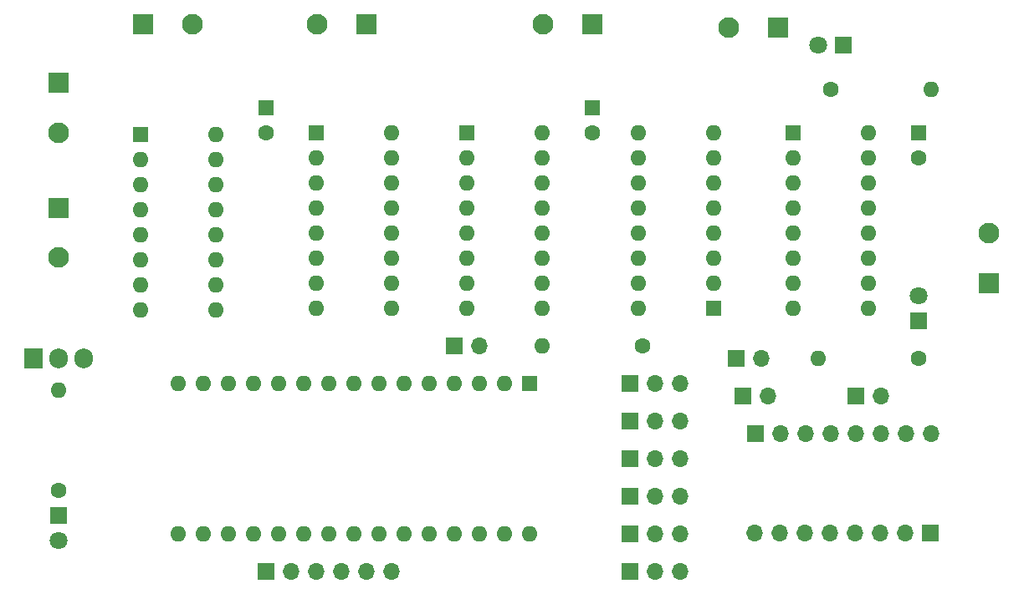
<source format=gbr>
%TF.GenerationSoftware,KiCad,Pcbnew,7.0.2-0*%
%TF.CreationDate,2023-05-15T00:05:49+08:00*%
%TF.ProjectId,____,5ffb7408-2e6b-4696-9361-645f70636258,rev?*%
%TF.SameCoordinates,Original*%
%TF.FileFunction,Soldermask,Bot*%
%TF.FilePolarity,Negative*%
%FSLAX46Y46*%
G04 Gerber Fmt 4.6, Leading zero omitted, Abs format (unit mm)*
G04 Created by KiCad (PCBNEW 7.0.2-0) date 2023-05-15 00:05:49*
%MOMM*%
%LPD*%
G01*
G04 APERTURE LIST*
%ADD10R,1.700000X1.700000*%
%ADD11O,1.700000X1.700000*%
%ADD12R,1.600000X1.600000*%
%ADD13O,1.600000X1.600000*%
%ADD14R,2.100000X2.100000*%
%ADD15C,2.100000*%
%ADD16C,1.600000*%
%ADD17R,1.800000X1.800000*%
%ADD18C,1.800000*%
%ADD19R,1.905000X2.000000*%
%ADD20O,1.905000X2.000000*%
G04 APERTURE END LIST*
D10*
%TO.C,J14*%
X63500000Y-92710000D03*
D11*
X66040000Y-92710000D03*
X68580000Y-92710000D03*
X71120000Y-92710000D03*
X73660000Y-92710000D03*
X76200000Y-92710000D03*
%TD*%
D10*
%TO.C,J7*%
X123190000Y-74930000D03*
D11*
X125730000Y-74930000D03*
%TD*%
D12*
%TO.C,U7*%
X116840000Y-48260000D03*
D13*
X116840000Y-50800000D03*
X116840000Y-53340000D03*
X116840000Y-55880000D03*
X116840000Y-58420000D03*
X116840000Y-60960000D03*
X116840000Y-63500000D03*
X116840000Y-66040000D03*
X124460000Y-66040000D03*
X124460000Y-63500000D03*
X124460000Y-60960000D03*
X124460000Y-58420000D03*
X124460000Y-55880000D03*
X124460000Y-53340000D03*
X124460000Y-50800000D03*
X124460000Y-48260000D03*
%TD*%
D14*
%TO.C,J16*%
X96520000Y-37236400D03*
D15*
X91520000Y-37236400D03*
%TD*%
D10*
%TO.C,J4*%
X111760000Y-74930000D03*
D11*
X114300000Y-74930000D03*
%TD*%
D16*
%TO.C,R2*%
X42545000Y-84455000D03*
D13*
X42545000Y-74295000D03*
%TD*%
%TO.C,U3*%
X76200000Y-48260000D03*
X76200000Y-50800000D03*
X76200000Y-53340000D03*
X76200000Y-55880000D03*
X76200000Y-58420000D03*
X76200000Y-60960000D03*
X76200000Y-63500000D03*
X76200000Y-66040000D03*
X68580000Y-66040000D03*
X68580000Y-63500000D03*
X68580000Y-60960000D03*
X68580000Y-58420000D03*
X68580000Y-55880000D03*
X68580000Y-53340000D03*
X68580000Y-50800000D03*
D12*
X68580000Y-48260000D03*
%TD*%
D10*
%TO.C,J6*%
X82550000Y-69850000D03*
D11*
X85090000Y-69850000D03*
%TD*%
D14*
%TO.C,J15*%
X73685400Y-37236400D03*
D15*
X68685400Y-37236400D03*
%TD*%
D12*
%TO.C,C1*%
X63500000Y-45760000D03*
D16*
X63500000Y-48260000D03*
%TD*%
D14*
%TO.C,J18*%
X51077100Y-37283200D03*
D15*
X56077100Y-37283200D03*
%TD*%
D17*
%TO.C,D3*%
X129540000Y-67310000D03*
D18*
X129540000Y-64770000D03*
%TD*%
D12*
%TO.C,U4*%
X108800000Y-66040000D03*
D13*
X108800000Y-63500000D03*
X108800000Y-60960000D03*
X108800000Y-58420000D03*
X108800000Y-55880000D03*
X108800000Y-53340000D03*
X108800000Y-50800000D03*
X108800000Y-48260000D03*
X101180000Y-48260000D03*
X101180000Y-50800000D03*
X101180000Y-53340000D03*
X101180000Y-55880000D03*
X101180000Y-58420000D03*
X101180000Y-60960000D03*
X101180000Y-63500000D03*
X101180000Y-66040000D03*
%TD*%
D12*
%TO.C,C2*%
X129540000Y-48260000D03*
D16*
X129540000Y-50760000D03*
%TD*%
D10*
%TO.C,J3*%
X113030000Y-78740000D03*
D11*
X115570000Y-78740000D03*
X118110000Y-78740000D03*
X120650000Y-78740000D03*
X123190000Y-78740000D03*
X125730000Y-78740000D03*
X128270000Y-78740000D03*
X130810000Y-78740000D03*
%TD*%
D10*
%TO.C,J11*%
X100330000Y-85090000D03*
D11*
X102870000Y-85090000D03*
X105410000Y-85090000D03*
%TD*%
D16*
%TO.C,R4*%
X129540000Y-71120000D03*
D13*
X119380000Y-71120000D03*
%TD*%
D19*
%TO.C,U2*%
X40005000Y-71120000D03*
D20*
X42545000Y-71120000D03*
X45085000Y-71120000D03*
%TD*%
D10*
%TO.C,J2*%
X130708400Y-88849200D03*
D11*
X128168400Y-88849200D03*
X125628400Y-88849200D03*
X123088400Y-88849200D03*
X120548400Y-88849200D03*
X118008400Y-88849200D03*
X115468400Y-88849200D03*
X112928400Y-88849200D03*
%TD*%
D17*
%TO.C,D1*%
X42545000Y-86995000D03*
D18*
X42545000Y-89535000D03*
%TD*%
D10*
%TO.C,J12*%
X100330000Y-88900000D03*
D11*
X102870000Y-88900000D03*
X105410000Y-88900000D03*
%TD*%
D12*
%TO.C,A1*%
X90170000Y-73670000D03*
D13*
X87630000Y-73670000D03*
X85090000Y-73670000D03*
X82550000Y-73670000D03*
X80010000Y-73670000D03*
X77470000Y-73670000D03*
X74930000Y-73670000D03*
X72390000Y-73670000D03*
X69850000Y-73670000D03*
X67310000Y-73670000D03*
X64770000Y-73670000D03*
X62230000Y-73670000D03*
X59690000Y-73670000D03*
X57150000Y-73670000D03*
X54610000Y-73670000D03*
X54610000Y-88910000D03*
X57150000Y-88910000D03*
X59690000Y-88910000D03*
X62230000Y-88910000D03*
X64770000Y-88910000D03*
X67310000Y-88910000D03*
X69850000Y-88910000D03*
X72390000Y-88910000D03*
X74930000Y-88910000D03*
X77470000Y-88910000D03*
X80010000Y-88910000D03*
X82550000Y-88910000D03*
X85090000Y-88910000D03*
X87630000Y-88910000D03*
X90170000Y-88910000D03*
%TD*%
D16*
%TO.C,R3*%
X120650000Y-43815000D03*
D13*
X130810000Y-43815000D03*
%TD*%
D16*
%TO.C,R1*%
X101600000Y-69850000D03*
D13*
X91440000Y-69850000D03*
%TD*%
D16*
%TO.C,C3*%
X96520000Y-48220000D03*
D12*
X96520000Y-45720000D03*
%TD*%
D10*
%TO.C,J9*%
X100330000Y-77470000D03*
D11*
X102870000Y-77470000D03*
X105410000Y-77470000D03*
%TD*%
D14*
%TO.C,J20*%
X136677400Y-63460000D03*
D15*
X136677400Y-58460000D03*
%TD*%
D10*
%TO.C,J10*%
X100330000Y-81280000D03*
D11*
X102870000Y-81280000D03*
X105410000Y-81280000D03*
%TD*%
D12*
%TO.C,U5*%
X50800000Y-48412400D03*
D13*
X50800000Y-50952400D03*
X50800000Y-53492400D03*
X50800000Y-56032400D03*
X50800000Y-58572400D03*
X50800000Y-61112400D03*
X50800000Y-63652400D03*
X50800000Y-66192400D03*
X58420000Y-66192400D03*
X58420000Y-63652400D03*
X58420000Y-61112400D03*
X58420000Y-58572400D03*
X58420000Y-56032400D03*
X58420000Y-53492400D03*
X58420000Y-50952400D03*
X58420000Y-48412400D03*
%TD*%
D10*
%TO.C,J13*%
X100330000Y-92710000D03*
D11*
X102870000Y-92710000D03*
X105410000Y-92710000D03*
%TD*%
D14*
%TO.C,J17*%
X42545000Y-43220000D03*
D15*
X42545000Y-48220000D03*
%TD*%
D12*
%TO.C,U6*%
X83820000Y-48260000D03*
D13*
X83820000Y-50800000D03*
X83820000Y-53340000D03*
X83820000Y-55880000D03*
X83820000Y-58420000D03*
X83820000Y-60960000D03*
X83820000Y-63500000D03*
X83820000Y-66040000D03*
X91440000Y-66040000D03*
X91440000Y-63500000D03*
X91440000Y-60960000D03*
X91440000Y-58420000D03*
X91440000Y-55880000D03*
X91440000Y-53340000D03*
X91440000Y-50800000D03*
X91440000Y-48260000D03*
%TD*%
D10*
%TO.C,J5*%
X111125000Y-71120000D03*
D11*
X113665000Y-71120000D03*
%TD*%
D14*
%TO.C,J1*%
X42545000Y-55880000D03*
D15*
X42545000Y-60880000D03*
%TD*%
D17*
%TO.C,D2*%
X121925000Y-39370000D03*
D18*
X119385000Y-39370000D03*
%TD*%
D14*
%TO.C,J19*%
X115337600Y-37617400D03*
D15*
X110337600Y-37617400D03*
%TD*%
D10*
%TO.C,J8*%
X100330000Y-73660000D03*
D11*
X102870000Y-73660000D03*
X105410000Y-73660000D03*
%TD*%
M02*

</source>
